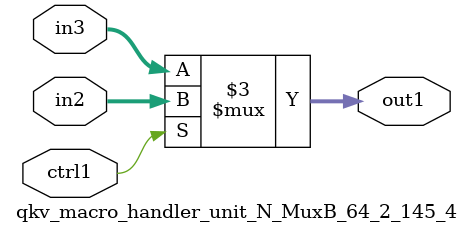
<source format=v>

`timescale 1ps / 1ps


module qkv_macro_handler_unit_N_MuxB_64_2_145_4( in3, in2, ctrl1, out1 );

    input [63:0] in3;
    input [63:0] in2;
    input ctrl1;
    output [63:0] out1;
    reg [63:0] out1;

    
    // rtl_process:qkv_macro_handler_unit_N_MuxB_64_2_145_4/qkv_macro_handler_unit_N_MuxB_64_2_145_4_thread_1
    always @*
      begin : qkv_macro_handler_unit_N_MuxB_64_2_145_4_thread_1
        case (ctrl1) 
          1'b1: 
            begin
              out1 = in2;
            end
          default: 
            begin
              out1 = in3;
            end
        endcase
      end

endmodule



</source>
